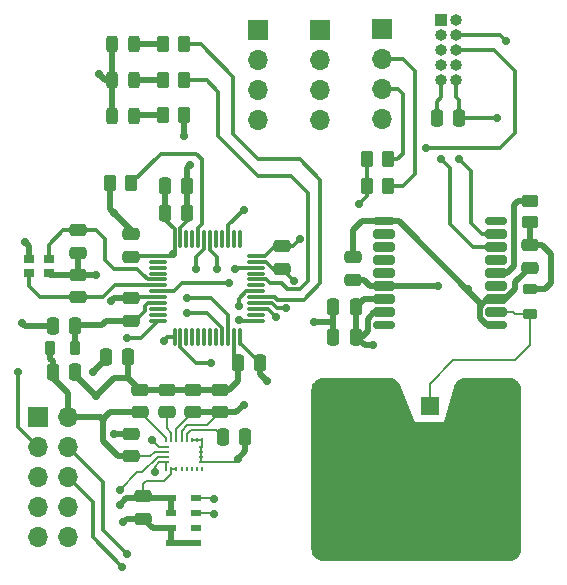
<source format=gbr>
%TF.GenerationSoftware,KiCad,Pcbnew,8.0.3*%
%TF.CreationDate,2024-07-11T15:18:24-04:00*%
%TF.ProjectId,SensorBoard,53656e73-6f72-4426-9f61-72642e6b6963,rev?*%
%TF.SameCoordinates,Original*%
%TF.FileFunction,Copper,L1,Top*%
%TF.FilePolarity,Positive*%
%FSLAX46Y46*%
G04 Gerber Fmt 4.6, Leading zero omitted, Abs format (unit mm)*
G04 Created by KiCad (PCBNEW 8.0.3) date 2024-07-11 15:18:24*
%MOMM*%
%LPD*%
G01*
G04 APERTURE LIST*
G04 Aperture macros list*
%AMRoundRect*
0 Rectangle with rounded corners*
0 $1 Rounding radius*
0 $2 $3 $4 $5 $6 $7 $8 $9 X,Y pos of 4 corners*
0 Add a 4 corners polygon primitive as box body*
4,1,4,$2,$3,$4,$5,$6,$7,$8,$9,$2,$3,0*
0 Add four circle primitives for the rounded corners*
1,1,$1+$1,$2,$3*
1,1,$1+$1,$4,$5*
1,1,$1+$1,$6,$7*
1,1,$1+$1,$8,$9*
0 Add four rect primitives between the rounded corners*
20,1,$1+$1,$2,$3,$4,$5,0*
20,1,$1+$1,$4,$5,$6,$7,0*
20,1,$1+$1,$6,$7,$8,$9,0*
20,1,$1+$1,$8,$9,$2,$3,0*%
G04 Aperture macros list end*
%TA.AperFunction,ComponentPad*%
%ADD10R,1.700000X1.700000*%
%TD*%
%TA.AperFunction,ComponentPad*%
%ADD11O,1.700000X1.700000*%
%TD*%
%TA.AperFunction,SMDPad,CuDef*%
%ADD12RoundRect,0.250000X-0.250000X-0.475000X0.250000X-0.475000X0.250000X0.475000X-0.250000X0.475000X0*%
%TD*%
%TA.AperFunction,SMDPad,CuDef*%
%ADD13RoundRect,0.250000X0.475000X-0.250000X0.475000X0.250000X-0.475000X0.250000X-0.475000X-0.250000X0*%
%TD*%
%TA.AperFunction,SMDPad,CuDef*%
%ADD14RoundRect,0.243750X-0.243750X-0.456250X0.243750X-0.456250X0.243750X0.456250X-0.243750X0.456250X0*%
%TD*%
%TA.AperFunction,SMDPad,CuDef*%
%ADD15RoundRect,0.250000X-0.262500X-0.450000X0.262500X-0.450000X0.262500X0.450000X-0.262500X0.450000X0*%
%TD*%
%TA.AperFunction,SMDPad,CuDef*%
%ADD16R,0.230000X0.350000*%
%TD*%
%TA.AperFunction,SMDPad,CuDef*%
%ADD17R,0.350000X0.230000*%
%TD*%
%TA.AperFunction,SMDPad,CuDef*%
%ADD18RoundRect,0.250000X-0.450000X0.262500X-0.450000X-0.262500X0.450000X-0.262500X0.450000X0.262500X0*%
%TD*%
%TA.AperFunction,SMDPad,CuDef*%
%ADD19RoundRect,0.250000X-0.475000X0.250000X-0.475000X-0.250000X0.475000X-0.250000X0.475000X0.250000X0*%
%TD*%
%TA.AperFunction,SMDPad,CuDef*%
%ADD20RoundRect,0.250000X0.250000X0.475000X-0.250000X0.475000X-0.250000X-0.475000X0.250000X-0.475000X0*%
%TD*%
%TA.AperFunction,SMDPad,CuDef*%
%ADD21RoundRect,0.175000X-0.725000X-0.175000X0.725000X-0.175000X0.725000X0.175000X-0.725000X0.175000X0*%
%TD*%
%TA.AperFunction,SMDPad,CuDef*%
%ADD22RoundRect,0.200000X-0.700000X-0.200000X0.700000X-0.200000X0.700000X0.200000X-0.700000X0.200000X0*%
%TD*%
%TA.AperFunction,ComponentPad*%
%ADD23R,1.000000X1.000000*%
%TD*%
%TA.AperFunction,ComponentPad*%
%ADD24O,1.000000X1.000000*%
%TD*%
%TA.AperFunction,SMDPad,CuDef*%
%ADD25R,0.950000X0.550000*%
%TD*%
%TA.AperFunction,SMDPad,CuDef*%
%ADD26RoundRect,0.218750X0.218750X0.381250X-0.218750X0.381250X-0.218750X-0.381250X0.218750X-0.381250X0*%
%TD*%
%TA.AperFunction,SMDPad,CuDef*%
%ADD27RoundRect,0.218750X-0.381250X0.218750X-0.381250X-0.218750X0.381250X-0.218750X0.381250X0.218750X0*%
%TD*%
%TA.AperFunction,SMDPad,CuDef*%
%ADD28R,0.900000X0.800000*%
%TD*%
%TA.AperFunction,SMDPad,CuDef*%
%ADD29R,1.500000X1.500000*%
%TD*%
%TA.AperFunction,SMDPad,CuDef*%
%ADD30R,2.300000X2.300000*%
%TD*%
%TA.AperFunction,SMDPad,CuDef*%
%ADD31RoundRect,0.075000X-0.662500X-0.075000X0.662500X-0.075000X0.662500X0.075000X-0.662500X0.075000X0*%
%TD*%
%TA.AperFunction,SMDPad,CuDef*%
%ADD32RoundRect,0.075000X-0.075000X-0.662500X0.075000X-0.662500X0.075000X0.662500X-0.075000X0.662500X0*%
%TD*%
%TA.AperFunction,ViaPad*%
%ADD33C,0.700000*%
%TD*%
%TA.AperFunction,Conductor*%
%ADD34C,0.300000*%
%TD*%
%TA.AperFunction,Conductor*%
%ADD35C,0.500000*%
%TD*%
%TA.AperFunction,Conductor*%
%ADD36C,0.190000*%
%TD*%
%TA.AperFunction,Conductor*%
%ADD37C,0.200000*%
%TD*%
G04 APERTURE END LIST*
D10*
%TO.P,J5,1,Pin_1*%
%TO.N,+3.3V*%
X75585000Y-82545000D03*
D11*
%TO.P,J5,2,Pin_2*%
X78125000Y-82545000D03*
%TO.P,J5,3,Pin_3*%
%TO.N,PA2*%
X75585000Y-85085000D03*
%TO.P,J5,4,Pin_4*%
%TO.N,PB14*%
X78125000Y-85085000D03*
%TO.P,J5,5,Pin_5*%
%TO.N,PA3*%
X75585000Y-87625000D03*
%TO.P,J5,6,Pin_6*%
%TO.N,PB15*%
X78125000Y-87625000D03*
%TO.P,J5,7,Pin_7*%
%TO.N,PA9*%
X75585000Y-90165000D03*
%TO.P,J5,8,Pin_8*%
%TO.N,PB12*%
X78125000Y-90165000D03*
%TO.P,J5,9,Pin_9*%
%TO.N,GND*%
X75585000Y-92705000D03*
%TO.P,J5,10,Pin_10*%
X78125000Y-92705000D03*
%TD*%
D12*
%TO.P,C22,1*%
%TO.N,Net-(U4-CAP)*%
X91250000Y-84250000D03*
%TO.P,C22,2*%
%TO.N,GND*%
X93150000Y-84250000D03*
%TD*%
D13*
%TO.P,C21,1*%
%TO.N,+3.3V*%
X91000000Y-82150000D03*
%TO.P,C21,2*%
%TO.N,GND*%
X91000000Y-80250000D03*
%TD*%
D14*
%TO.P,D3,1,K*%
%TO.N,GND*%
X81875000Y-57040000D03*
%TO.P,D3,2,A*%
%TO.N,Net-(D3-A)*%
X83750000Y-57040000D03*
%TD*%
D15*
%TO.P,R6,1*%
%TO.N,Net-(D3-A)*%
X86175000Y-57000000D03*
%TO.P,R6,2*%
%TO.N,+3.3V*%
X88000000Y-57000000D03*
%TD*%
D13*
%TO.P,C5,1*%
%TO.N,+3.3V*%
X83500000Y-69000000D03*
%TO.P,C5,2*%
%TO.N,GND*%
X83500000Y-67100000D03*
%TD*%
D16*
%TO.P,U4,1,VDDIO*%
%TO.N,+3.3V*%
X86460000Y-84500000D03*
D17*
%TO.P,U4,2,SCL/SPC*%
%TO.N,SCL1*%
X86490000Y-85080000D03*
%TO.P,U4,3,VDDIO*%
%TO.N,+3.3V*%
X86490000Y-85510000D03*
%TO.P,U4,4,SDA/SDI/SDO*%
%TO.N,SDA1*%
X86490000Y-85940000D03*
%TO.P,U4,5,SDO_A/G*%
%TO.N,GND*%
X86490000Y-86370000D03*
D16*
%TO.P,U4,6,SDO_M*%
X86460000Y-86950000D03*
%TO.P,U4,7,CS_A/G*%
%TO.N,+3.3V*%
X86890000Y-86950000D03*
%TO.P,U4,8,CS_M*%
X87320000Y-86950000D03*
%TO.P,U4,9,DRDY_M*%
%TO.N,unconnected-(U4-DRDY_M-Pad9)*%
X87750000Y-86950000D03*
%TO.P,U4,10,INT_M*%
%TO.N,unconnected-(U4-INT_M-Pad10)*%
X88180000Y-86950000D03*
%TO.P,U4,11,INT1_A/G*%
%TO.N,unconnected-(U4-INT1_A{slash}G-Pad11)*%
X88610000Y-86950000D03*
%TO.P,U4,12,INT2_A/G*%
%TO.N,unconnected-(U4-INT2_A{slash}G-Pad12)*%
X89040000Y-86950000D03*
%TO.P,U4,13,DEN_A/G*%
%TO.N,unconnected-(U4-DEN_A{slash}G-Pad13)*%
X89470000Y-86950000D03*
D17*
%TO.P,U4,14,RES*%
%TO.N,GND*%
X89440000Y-86370000D03*
%TO.P,U4,15,RES*%
X89440000Y-85940000D03*
%TO.P,U4,16,RES*%
X89440000Y-85510000D03*
%TO.P,U4,17,RES*%
X89440000Y-85080000D03*
D16*
%TO.P,U4,18,RES*%
X89470000Y-84500000D03*
%TO.P,U4,19,GND*%
X89040000Y-84500000D03*
%TO.P,U4,20,GND*%
X88610000Y-84500000D03*
%TO.P,U4,21,CAP*%
%TO.N,Net-(U4-CAP)*%
X88180000Y-84500000D03*
%TO.P,U4,22,VDD*%
%TO.N,+3.3V*%
X87750000Y-84500000D03*
%TO.P,U4,23,VDD*%
X87320000Y-84500000D03*
%TO.P,U4,24,C1*%
%TO.N,Net-(U4-C1)*%
X86890000Y-84500000D03*
%TD*%
D12*
%TO.P,C17,1*%
%TO.N,+3.3V*%
X81350000Y-77500000D03*
%TO.P,C17,2*%
%TO.N,GND*%
X83250000Y-77500000D03*
%TD*%
%TO.P,C8,2*%
%TO.N,GND*%
X78750000Y-78750000D03*
%TO.P,C8,1*%
%TO.N,+3.3V*%
X76850000Y-78750000D03*
%TD*%
D10*
%TO.P,J3,1,Pin_1*%
%TO.N,+3.3V*%
X99500000Y-49750000D03*
D11*
%TO.P,J3,2,Pin_2*%
%TO.N,/SCL2*%
X99500000Y-52290000D03*
%TO.P,J3,3,Pin_3*%
%TO.N,/SDA2*%
X99500000Y-54830000D03*
%TO.P,J3,4,Pin_4*%
%TO.N,GND*%
X99500000Y-57370000D03*
%TD*%
D14*
%TO.P,D1,1,K*%
%TO.N,GND*%
X81875000Y-50960000D03*
%TO.P,D1,2,A*%
%TO.N,Net-(D1-A)*%
X83750000Y-50960000D03*
%TD*%
D18*
%TO.P,R9,1*%
%TO.N,/GPS/VCC_RF*%
X117250000Y-64250000D03*
%TO.P,R9,2*%
%TO.N,/GPS/Antenna Power*%
X117250000Y-66075000D03*
%TD*%
D12*
%TO.P,C2,1*%
%TO.N,+3.3V*%
X86350000Y-65250000D03*
%TO.P,C2,2*%
%TO.N,GND*%
X88250000Y-65250000D03*
%TD*%
D19*
%TO.P,C10,1*%
%TO.N,/RCC_IN*%
X79000000Y-66750000D03*
%TO.P,C10,2*%
%TO.N,GND*%
X79000000Y-68650000D03*
%TD*%
D20*
%TO.P,C9,1*%
%TO.N,NRST*%
X111250000Y-57250000D03*
%TO.P,C9,2*%
%TO.N,GND*%
X109350000Y-57250000D03*
%TD*%
D10*
%TO.P,J4,1,Pin_1*%
%TO.N,+3.3V*%
X94250000Y-49750000D03*
D11*
%TO.P,J4,2,Pin_2*%
%TO.N,/SCL2*%
X94250000Y-52290000D03*
%TO.P,J4,3,Pin_3*%
%TO.N,/SDA2*%
X94250000Y-54830000D03*
%TO.P,J4,4,Pin_4*%
%TO.N,GND*%
X94250000Y-57370000D03*
%TD*%
D12*
%TO.P,C1,1*%
%TO.N,+3.3V*%
X86350000Y-63000000D03*
%TO.P,C1,2*%
%TO.N,GND*%
X88250000Y-63000000D03*
%TD*%
D13*
%TO.P,C6,1*%
%TO.N,+3.3VA*%
X83500000Y-74400000D03*
%TO.P,C6,2*%
%TO.N,GND*%
X83500000Y-72500000D03*
%TD*%
D21*
%TO.P,U3,1,GND*%
%TO.N,GND*%
X104880000Y-65980000D03*
D22*
%TO.P,U3,2,TXD*%
%TO.N,unconnected-(U3-TXD-Pad2)*%
X104880000Y-67080000D03*
%TO.P,U3,3,RXD*%
%TO.N,unconnected-(U3-RXD-Pad3)*%
X104880000Y-68180000D03*
%TO.P,U3,4,TIMEPULSE*%
%TO.N,unconnected-(U3-TIMEPULSE-Pad4)*%
X104880000Y-69280000D03*
%TO.P,U3,5,EXTINT*%
%TO.N,unconnected-(U3-EXTINT-Pad5)*%
X104880000Y-70380000D03*
%TO.P,U3,6,V_BCKP*%
%TO.N,/GPS/V_BCKP*%
X104880000Y-71480000D03*
%TO.P,U3,7,VCC_IO*%
%TO.N,+3.3V*%
X104880000Y-72580000D03*
%TO.P,U3,8,VCC*%
X104880000Y-73680000D03*
D21*
%TO.P,U3,9,~{RESET}*%
%TO.N,unconnected-(U3-~{RESET}-Pad9)*%
X104880000Y-74780000D03*
%TO.P,U3,10,GND*%
%TO.N,GND*%
X114380000Y-74780000D03*
D22*
%TO.P,U3,11,RF_IN*%
%TO.N,/GPS/RF_IN*%
X114380000Y-73680000D03*
%TO.P,U3,12,GND*%
%TO.N,GND*%
X114380000Y-72580000D03*
%TO.P,U3,13,LNA_EN*%
%TO.N,unconnected-(U3-LNA_EN-Pad13)*%
X114380000Y-71480000D03*
%TO.P,U3,14,VCC_RF*%
%TO.N,/GPS/VCC_RF*%
X114380000Y-70380000D03*
%TO.P,U3,15,VIO_SEL*%
%TO.N,unconnected-(U3-VIO_SEL-Pad15)*%
X114380000Y-69280000D03*
%TO.P,U3,16,SDA*%
%TO.N,SDA1*%
X114380000Y-68180000D03*
%TO.P,U3,17,SCL*%
%TO.N,SCL1*%
X114380000Y-67080000D03*
D21*
%TO.P,U3,18,~{SAFEBOOT}*%
%TO.N,unconnected-(U3-~{SAFEBOOT}-Pad18)*%
X114380000Y-65980000D03*
%TD*%
D23*
%TO.P,J1,1,VTref*%
%TO.N,+3.3V*%
X109730000Y-48920000D03*
D24*
%TO.P,J1,2,SWDIO/TMS*%
%TO.N,SWDIO*%
X111000000Y-48920000D03*
%TO.P,J1,3,GND*%
%TO.N,GND*%
X109730000Y-50190000D03*
%TO.P,J1,4,SWCLK/TCK*%
%TO.N,SWCLK*%
X111000000Y-50190000D03*
%TO.P,J1,5,GND*%
%TO.N,GND*%
X109730000Y-51460000D03*
%TO.P,J1,6,SWO/TDO*%
%TO.N,SWO*%
X111000000Y-51460000D03*
%TO.P,J1,7,KEY*%
%TO.N,unconnected-(J1-KEY-Pad7)*%
X109730000Y-52730000D03*
%TO.P,J1,8,NC/TDI*%
%TO.N,unconnected-(J1-NC{slash}TDI-Pad8)*%
X111000000Y-52730000D03*
%TO.P,J1,9,GNDDetect*%
%TO.N,GND*%
X109730000Y-54000000D03*
%TO.P,J1,10,~{RESET}*%
%TO.N,NRST*%
X111000000Y-54000000D03*
%TD*%
D15*
%TO.P,R4,1*%
%TO.N,+3.3V*%
X103425000Y-60750000D03*
%TO.P,R4,2*%
%TO.N,SDA1*%
X105250000Y-60750000D03*
%TD*%
%TO.P,R2,1*%
%TO.N,Net-(D1-A)*%
X86175000Y-51000000D03*
%TO.P,R2,2*%
%TO.N,/SENS_OK_LED*%
X88000000Y-51000000D03*
%TD*%
D13*
%TO.P,C19,1*%
%TO.N,+3.3V*%
X83500000Y-85900000D03*
%TO.P,C19,2*%
%TO.N,GND*%
X83500000Y-84000000D03*
%TD*%
%TO.P,C11,1*%
%TO.N,/RCC_OUT*%
X79000000Y-72400000D03*
%TO.P,C11,2*%
%TO.N,GND*%
X79000000Y-70500000D03*
%TD*%
D25*
%TO.P,U2,1,VDD*%
%TO.N,+3.3V*%
X86850000Y-89450000D03*
%TO.P,U2,2,PS*%
X86850000Y-90700000D03*
%TO.P,U2,3,GND*%
%TO.N,GND*%
X86850000Y-91950000D03*
%TO.P,U2,4,CSB*%
X86850000Y-93200000D03*
%TO.P,U2,5,CSB*%
X89000000Y-93200000D03*
%TO.P,U2,6,SDO*%
%TO.N,unconnected-(U2-SDO-Pad6)*%
X89000000Y-91950000D03*
%TO.P,U2,7,SDI/SDA*%
%TO.N,SDA1*%
X89000000Y-90700000D03*
%TO.P,U2,8,SCLK*%
%TO.N,SCL1*%
X89000000Y-89450000D03*
%TD*%
D15*
%TO.P,R5,1*%
%TO.N,+3.3V*%
X103425000Y-63000000D03*
%TO.P,R5,2*%
%TO.N,SCL1*%
X105250000Y-63000000D03*
%TD*%
D26*
%TO.P,FB1,1*%
%TO.N,+3.3VA*%
X78750000Y-76750000D03*
%TO.P,FB1,2*%
%TO.N,+3.3V*%
X76625000Y-76750000D03*
%TD*%
D19*
%TO.P,C16,1*%
%TO.N,/GPS/Antenna Power*%
X117250000Y-68000000D03*
%TO.P,C16,2*%
%TO.N,GND*%
X117250000Y-69900000D03*
%TD*%
%TO.P,C12,1*%
%TO.N,+3.3V*%
X84500000Y-89250000D03*
%TO.P,C12,2*%
%TO.N,GND*%
X84500000Y-91150000D03*
%TD*%
D20*
%TO.P,C7,1*%
%TO.N,+3.3VA*%
X78750000Y-74875000D03*
%TO.P,C7,2*%
%TO.N,GND*%
X76850000Y-74875000D03*
%TD*%
D14*
%TO.P,D2,1,K*%
%TO.N,GND*%
X81875000Y-54000000D03*
%TO.P,D2,2,A*%
%TO.N,Net-(D2-A)*%
X83750000Y-54000000D03*
%TD*%
D27*
%TO.P,L1,1,1*%
%TO.N,/GPS/Antenna Power*%
X117250000Y-71750000D03*
%TO.P,L1,2,2*%
%TO.N,/GPS/RF_IN*%
X117250000Y-73875000D03*
%TD*%
D13*
%TO.P,C20,1*%
%TO.N,+3.3V*%
X88750000Y-82150000D03*
%TO.P,C20,2*%
%TO.N,GND*%
X88750000Y-80250000D03*
%TD*%
%TO.P,C18,1*%
%TO.N,+3.3V*%
X84250000Y-82150000D03*
%TO.P,C18,2*%
%TO.N,GND*%
X84250000Y-80250000D03*
%TD*%
D20*
%TO.P,C15,1*%
%TO.N,+3.3V*%
X102500000Y-73250000D03*
%TO.P,C15,2*%
%TO.N,GND*%
X100600000Y-73250000D03*
%TD*%
D10*
%TO.P,J2,1,Pin_1*%
%TO.N,+3.3V*%
X104750000Y-49720000D03*
D11*
%TO.P,J2,2,Pin_2*%
%TO.N,SCL1*%
X104750000Y-52260000D03*
%TO.P,J2,3,Pin_3*%
%TO.N,SDA1*%
X104750000Y-54800000D03*
%TO.P,J2,4,Pin_4*%
%TO.N,GND*%
X104750000Y-57340000D03*
%TD*%
D28*
%TO.P,Y1,1,1*%
%TO.N,/RCC_IN*%
X76500000Y-69150000D03*
%TO.P,Y1,2,2*%
%TO.N,GND*%
X74850000Y-69150000D03*
%TO.P,Y1,3,3*%
%TO.N,/RCC_OUT*%
X74850000Y-70400000D03*
%TO.P,Y1,4,4*%
%TO.N,GND*%
X76500000Y-70400000D03*
%TD*%
D20*
%TO.P,C14,1*%
%TO.N,+3.3V*%
X102500000Y-75750000D03*
%TO.P,C14,2*%
%TO.N,GND*%
X100600000Y-75750000D03*
%TD*%
D13*
%TO.P,C23,1*%
%TO.N,Net-(U4-C1)*%
X86500000Y-82150000D03*
%TO.P,C23,2*%
%TO.N,GND*%
X86500000Y-80250000D03*
%TD*%
D15*
%TO.P,R1,1*%
%TO.N,GND*%
X81675000Y-62750000D03*
%TO.P,R1,2*%
%TO.N,/BOOT0*%
X83500000Y-62750000D03*
%TD*%
D20*
%TO.P,C4,1*%
%TO.N,+3.3V*%
X94400000Y-78000000D03*
%TO.P,C4,2*%
%TO.N,GND*%
X92500000Y-78000000D03*
%TD*%
D29*
%TO.P,Antenna1,1,FEED*%
%TO.N,/GPS/RF_IN*%
X108750000Y-81600000D03*
D30*
%TO.P,Antenna1,2,PCB_Trace*%
%TO.N,GND*%
X113250000Y-83000000D03*
%TO.P,Antenna1,3*%
X104250000Y-83000000D03*
%TO.P,Antenna1,4*%
X113250000Y-87500000D03*
%TO.P,Antenna1,5*%
X108750000Y-87500000D03*
%TO.P,Antenna1,6*%
X104250000Y-87500000D03*
%TO.P,Antenna1,7*%
X113250000Y-92000000D03*
%TO.P,Antenna1,8*%
X108750000Y-92000000D03*
%TO.P,Antenna1,9*%
X104250000Y-92000000D03*
%TD*%
D19*
%TO.P,C3,1*%
%TO.N,+3.3V*%
X96250000Y-68100000D03*
%TO.P,C3,2*%
%TO.N,GND*%
X96250000Y-70000000D03*
%TD*%
D15*
%TO.P,R3,1*%
%TO.N,Net-(D2-A)*%
X86175000Y-54000000D03*
%TO.P,R3,2*%
%TO.N,/BOOT_LED*%
X88000000Y-54000000D03*
%TD*%
D31*
%TO.P,U1,1,VBAT*%
%TO.N,+3.3V*%
X85750000Y-68912500D03*
%TO.P,U1,2,PC13*%
%TO.N,unconnected-(U1-PC13-Pad2)*%
X85750000Y-69412500D03*
%TO.P,U1,3,PC14*%
%TO.N,unconnected-(U1-PC14-Pad3)*%
X85750000Y-69912500D03*
%TO.P,U1,4,PC15*%
%TO.N,unconnected-(U1-PC15-Pad4)*%
X85750000Y-70412500D03*
%TO.P,U1,5,PD0*%
%TO.N,/RCC_IN*%
X85750000Y-70912500D03*
%TO.P,U1,6,PD1*%
%TO.N,/RCC_OUT*%
X85750000Y-71412500D03*
%TO.P,U1,7,NRST*%
%TO.N,NRST*%
X85750000Y-71912500D03*
%TO.P,U1,8,VSSA*%
%TO.N,GND*%
X85750000Y-72412500D03*
%TO.P,U1,9,VDDA*%
%TO.N,+3.3VA*%
X85750000Y-72912500D03*
%TO.P,U1,10,PA0*%
%TO.N,unconnected-(U1-PA0-Pad10)*%
X85750000Y-73412500D03*
%TO.P,U1,11,PA1*%
%TO.N,unconnected-(U1-PA1-Pad11)*%
X85750000Y-73912500D03*
%TO.P,U1,12,PA2*%
%TO.N,PA2*%
X85750000Y-74412500D03*
D32*
%TO.P,U1,13,PA3*%
%TO.N,PA3*%
X87162500Y-75825000D03*
%TO.P,U1,14,PA4*%
%TO.N,SWCLK*%
X87662500Y-75825000D03*
%TO.P,U1,15,PA5*%
%TO.N,unconnected-(U1-PA5-Pad15)*%
X88162500Y-75825000D03*
%TO.P,U1,16,PA6*%
%TO.N,unconnected-(U1-PA6-Pad16)*%
X88662500Y-75825000D03*
%TO.P,U1,17,PA7*%
%TO.N,unconnected-(U1-PA7-Pad17)*%
X89162500Y-75825000D03*
%TO.P,U1,18,PB0*%
%TO.N,unconnected-(U1-PB0-Pad18)*%
X89662500Y-75825000D03*
%TO.P,U1,19,PB1*%
%TO.N,unconnected-(U1-PB1-Pad19)*%
X90162500Y-75825000D03*
%TO.P,U1,20,PB2*%
%TO.N,unconnected-(U1-PB2-Pad20)*%
X90662500Y-75825000D03*
%TO.P,U1,21,PB10*%
%TO.N,/SCL2*%
X91162500Y-75825000D03*
%TO.P,U1,22,PB11*%
%TO.N,/SDA2*%
X91662500Y-75825000D03*
%TO.P,U1,23,VSS*%
%TO.N,GND*%
X92162500Y-75825000D03*
%TO.P,U1,24,VDD*%
%TO.N,+3.3V*%
X92662500Y-75825000D03*
D31*
%TO.P,U1,25,PB12*%
%TO.N,PB12*%
X94075000Y-74412500D03*
%TO.P,U1,26,PB13*%
%TO.N,unconnected-(U1-PB13-Pad26)*%
X94075000Y-73912500D03*
%TO.P,U1,27,PB14*%
%TO.N,PB14*%
X94075000Y-73412500D03*
%TO.P,U1,28,PB15*%
%TO.N,PB15*%
X94075000Y-72912500D03*
%TO.P,U1,29,PA8*%
%TO.N,/SENS_OK_LED*%
X94075000Y-72412500D03*
%TO.P,U1,30,PA9*%
%TO.N,PA9*%
X94075000Y-71912500D03*
%TO.P,U1,31,PA10*%
%TO.N,unconnected-(U1-PA10-Pad31)*%
X94075000Y-71412500D03*
%TO.P,U1,32,PA11*%
%TO.N,/BOOT_LED*%
X94075000Y-70912500D03*
%TO.P,U1,33,PA12*%
%TO.N,unconnected-(U1-PA12-Pad33)*%
X94075000Y-70412500D03*
%TO.P,U1,34,PA13*%
%TO.N,SWDIO*%
X94075000Y-69912500D03*
%TO.P,U1,35,VSS*%
%TO.N,GND*%
X94075000Y-69412500D03*
%TO.P,U1,36,VDD*%
%TO.N,+3.3V*%
X94075000Y-68912500D03*
D32*
%TO.P,U1,37,PA14*%
%TO.N,unconnected-(U1-PA14-Pad37)*%
X92662500Y-67500000D03*
%TO.P,U1,38,PA15*%
%TO.N,unconnected-(U1-PA15-Pad38)*%
X92162500Y-67500000D03*
%TO.P,U1,39,PB3*%
%TO.N,SWO*%
X91662500Y-67500000D03*
%TO.P,U1,40,PB4*%
%TO.N,unconnected-(U1-PB4-Pad40)*%
X91162500Y-67500000D03*
%TO.P,U1,41,PB5*%
%TO.N,unconnected-(U1-PB5-Pad41)*%
X90662500Y-67500000D03*
%TO.P,U1,42,PB6*%
%TO.N,SCL1*%
X90162500Y-67500000D03*
%TO.P,U1,43,PB7*%
%TO.N,SDA1*%
X89662500Y-67500000D03*
%TO.P,U1,44,BOOT0*%
%TO.N,/BOOT0*%
X89162500Y-67500000D03*
%TO.P,U1,45,PB8*%
%TO.N,unconnected-(U1-PB8-Pad45)*%
X88662500Y-67500000D03*
%TO.P,U1,46,PB9*%
%TO.N,unconnected-(U1-PB9-Pad46)*%
X88162500Y-67500000D03*
%TO.P,U1,47,VSS*%
%TO.N,GND*%
X87662500Y-67500000D03*
%TO.P,U1,48,VDD*%
%TO.N,+3.3V*%
X87162500Y-67500000D03*
%TD*%
D13*
%TO.P,C13,1*%
%TO.N,/GPS/V_BCKP*%
X102250000Y-70950000D03*
%TO.P,C13,2*%
%TO.N,GND*%
X102250000Y-69050000D03*
%TD*%
D33*
%TO.N,PB12*%
X92575000Y-74384974D03*
%TO.N,PA2*%
X83125000Y-75875000D03*
X73875000Y-78750000D03*
%TO.N,PA3*%
X86250000Y-76125000D03*
%TO.N,PB14*%
X83125000Y-94125000D03*
X95750000Y-74125000D03*
%TO.N,PB15*%
X82750000Y-95250000D03*
X96625000Y-73325000D03*
%TO.N,PA9*%
X92619975Y-73119975D03*
%TO.N,+3.3V*%
X81125000Y-82750000D03*
%TO.N,GND*%
X100250000Y-80750000D03*
X92500000Y-86125000D03*
X100250000Y-87750000D03*
X100250000Y-85000000D03*
X82000000Y-84000000D03*
X80750000Y-53500000D03*
X100250000Y-92750000D03*
X100250000Y-90250000D03*
X82812500Y-91437500D03*
X74500000Y-67750000D03*
X80500000Y-80750000D03*
X97250000Y-71000000D03*
X81750000Y-72750000D03*
X85500000Y-87250000D03*
X80500000Y-70500000D03*
X74250000Y-74625000D03*
X88500000Y-61250000D03*
X99000000Y-74500000D03*
X112000000Y-71750000D03*
X100250000Y-82750000D03*
X82000000Y-65250000D03*
%TO.N,+3.3V*%
X80250000Y-78750000D03*
X82500000Y-90000000D03*
X104000000Y-76500000D03*
X93000000Y-81500000D03*
X95000000Y-79500000D03*
X87000000Y-68750000D03*
X97750000Y-67500000D03*
X102750000Y-64500000D03*
X88000000Y-58750000D03*
%TO.N,/GPS/V_BCKP*%
X109500000Y-71480000D03*
%TO.N,NRST*%
X91750000Y-71250000D03*
X114500000Y-57250000D03*
%TO.N,SWCLK*%
X115250000Y-50750000D03*
X90250000Y-78000000D03*
%TO.N,SWO*%
X93000000Y-65000000D03*
X108450000Y-59750000D03*
%TO.N,SWDIO*%
X92250000Y-70000000D03*
%TO.N,/SCL2*%
X88250000Y-73750000D03*
%TO.N,/SDA2*%
X88250000Y-72500000D03*
%TO.N,SCL1*%
X85250000Y-84500000D03*
X111250000Y-60750000D03*
X90500000Y-89500000D03*
X90750000Y-70000000D03*
%TO.N,SDA1*%
X109750000Y-60750000D03*
X89000000Y-70000000D03*
X82500000Y-88750000D03*
X90500000Y-90750000D03*
%TD*%
D34*
%TO.N,SDA1*%
X110500000Y-66250000D02*
X112430000Y-68180000D01*
X112430000Y-68180000D02*
X114380000Y-68180000D01*
X110500000Y-61500000D02*
X110500000Y-66250000D01*
X109750000Y-60750000D02*
X110500000Y-61500000D01*
%TO.N,SCL1*%
X113205000Y-67080000D02*
X114380000Y-67080000D01*
X112250000Y-61750000D02*
X112250000Y-66125000D01*
X112250000Y-66125000D02*
X113205000Y-67080000D01*
X111250000Y-60750000D02*
X112250000Y-61750000D01*
D35*
%TO.N,/GPS/VCC_RF*%
X116250000Y-64250000D02*
X117250000Y-64250000D01*
X115875000Y-64625000D02*
X116250000Y-64250000D01*
X115280000Y-70380000D02*
X115875000Y-69785000D01*
X115875000Y-69785000D02*
X115875000Y-64625000D01*
X114380000Y-70380000D02*
X115280000Y-70380000D01*
D36*
%TO.N,/GPS/RF_IN*%
X116000000Y-73875000D02*
X115805000Y-73680000D01*
X117250000Y-73875000D02*
X116000000Y-73875000D01*
X115805000Y-73680000D02*
X114380000Y-73680000D01*
D34*
%TO.N,/SDA2*%
X91662500Y-73912500D02*
X90250000Y-72500000D01*
X91662500Y-75825000D02*
X91662500Y-73912500D01*
X90250000Y-72500000D02*
X88250000Y-72500000D01*
%TO.N,PB12*%
X92575000Y-74384974D02*
X92602526Y-74412500D01*
X92602526Y-74412500D02*
X94075000Y-74412500D01*
%TO.N,PA9*%
X93234380Y-71912500D02*
X94075000Y-71912500D01*
X92619975Y-72526905D02*
X93234380Y-71912500D01*
X92619975Y-73119975D02*
X92619975Y-72526905D01*
%TO.N,PB15*%
X80250000Y-89750000D02*
X78125000Y-87625000D01*
X82750000Y-95250000D02*
X80250000Y-92750000D01*
X80250000Y-92750000D02*
X80250000Y-89750000D01*
%TO.N,/SENS_OK_LED*%
X89375000Y-51000000D02*
X88000000Y-51000000D01*
X94250000Y-60750000D02*
X92125000Y-58625000D01*
X92125000Y-53750000D02*
X89375000Y-51000000D01*
X97750000Y-60750000D02*
X94250000Y-60750000D01*
X99500000Y-62500000D02*
X97750000Y-60750000D01*
X92125000Y-58625000D02*
X92125000Y-53750000D01*
X95837500Y-72625000D02*
X98125000Y-72625000D01*
X95625000Y-72412500D02*
X95837500Y-72625000D01*
X98125000Y-72625000D02*
X99500000Y-71250000D01*
X94075000Y-72412500D02*
X95625000Y-72412500D01*
X99500000Y-71250000D02*
X99500000Y-62500000D01*
%TO.N,/BOOT_LED*%
X89875000Y-54000000D02*
X88000000Y-54000000D01*
X90875000Y-55000000D02*
X89875000Y-54000000D01*
X90875000Y-58750000D02*
X90875000Y-55000000D01*
X94250000Y-62125000D02*
X90875000Y-58750000D01*
X97000000Y-62125000D02*
X94250000Y-62125000D01*
X98500000Y-63625000D02*
X97000000Y-62125000D01*
X98500000Y-71000000D02*
X98500000Y-63625000D01*
X97800000Y-71700000D02*
X98500000Y-71000000D01*
X96250000Y-71250000D02*
X96700000Y-71700000D01*
X96700000Y-71700000D02*
X97800000Y-71700000D01*
X94915620Y-70912500D02*
X95253120Y-71250000D01*
X94075000Y-70912500D02*
X94915620Y-70912500D01*
X95253120Y-71250000D02*
X96250000Y-71250000D01*
D37*
%TO.N,GND*%
X92255000Y-86370000D02*
X89440000Y-86370000D01*
D35*
X92500000Y-86125000D02*
X93150000Y-85475000D01*
X93150000Y-85475000D02*
X93150000Y-84250000D01*
D37*
X92500000Y-86125000D02*
X92255000Y-86370000D01*
D34*
%TO.N,PB14*%
X81125000Y-92125000D02*
X81125000Y-88085000D01*
X83125000Y-94125000D02*
X81125000Y-92125000D01*
X81125000Y-88085000D02*
X78125000Y-85085000D01*
%TO.N,PA2*%
X73875000Y-83375000D02*
X75585000Y-85085000D01*
X73875000Y-78750000D02*
X73875000Y-83375000D01*
X84287500Y-75875000D02*
X83125000Y-75875000D01*
X85750000Y-74412500D02*
X84287500Y-75875000D01*
%TO.N,PA3*%
X86550000Y-75825000D02*
X86250000Y-76125000D01*
X87162500Y-75825000D02*
X86550000Y-75825000D01*
%TO.N,PB14*%
X95037500Y-73412500D02*
X95750000Y-74125000D01*
X94075000Y-73412500D02*
X95037500Y-73412500D01*
%TO.N,PB15*%
X95830393Y-73325000D02*
X96625000Y-73325000D01*
X95417893Y-72912500D02*
X95830393Y-73325000D01*
X94075000Y-72912500D02*
X95417893Y-72912500D01*
D35*
%TO.N,+3.3V*%
X76625000Y-77625000D02*
X76625000Y-76750000D01*
X76850000Y-77850000D02*
X76625000Y-77625000D01*
X76850000Y-78750000D02*
X76850000Y-77850000D01*
X78125000Y-80500000D02*
X78125000Y-82545000D01*
X76850000Y-79225000D02*
X78125000Y-80500000D01*
X76850000Y-78750000D02*
X76850000Y-79225000D01*
X80920000Y-82545000D02*
X78125000Y-82545000D01*
X81125000Y-82750000D02*
X80920000Y-82545000D01*
X80250000Y-78750000D02*
X81350000Y-77650000D01*
X81350000Y-77650000D02*
X81350000Y-77500000D01*
%TO.N,GND*%
X82000000Y-79250000D02*
X83250000Y-79250000D01*
X80500000Y-80750000D02*
X82000000Y-79250000D01*
X80500000Y-80750000D02*
X78750000Y-79000000D01*
X78750000Y-79000000D02*
X78750000Y-78750000D01*
%TO.N,+3.3VA*%
X81350000Y-74400000D02*
X83500000Y-74400000D01*
X78750000Y-74750000D02*
X81000000Y-74750000D01*
X78750000Y-76750000D02*
X78750000Y-74750000D01*
X81000000Y-74750000D02*
X81350000Y-74400000D01*
%TO.N,GND*%
X74500000Y-74875000D02*
X76850000Y-74875000D01*
X74250000Y-74625000D02*
X74500000Y-74875000D01*
%TO.N,+3.3V*%
X82500000Y-90000000D02*
X83050000Y-89450000D01*
X83050000Y-89450000D02*
X85500000Y-89450000D01*
%TO.N,GND*%
X82812500Y-91437500D02*
X83100000Y-91150000D01*
X83100000Y-91150000D02*
X84500000Y-91150000D01*
%TO.N,+3.3V*%
X82400000Y-85900000D02*
X83500000Y-85900000D01*
X81125000Y-84625000D02*
X82400000Y-85900000D01*
X81125000Y-82750000D02*
X81125000Y-84625000D01*
X81725000Y-82150000D02*
X84250000Y-82150000D01*
X81125000Y-82750000D02*
X81725000Y-82150000D01*
%TO.N,GND*%
X81875000Y-50960000D02*
X81875000Y-54000000D01*
X100600000Y-73250000D02*
X100600000Y-74500000D01*
D34*
X109750000Y-54020000D02*
X109730000Y-54000000D01*
D35*
X83500000Y-84000000D02*
X82000000Y-84000000D01*
D37*
X86460000Y-86400000D02*
X86460000Y-86950000D01*
X89040000Y-84500000D02*
X89470000Y-84500000D01*
D35*
X83250000Y-79250000D02*
X84250000Y-80250000D01*
X79000000Y-70500000D02*
X80500000Y-70500000D01*
X117250000Y-69900000D02*
X116000000Y-71150000D01*
D34*
X94915620Y-69412500D02*
X95162500Y-69659380D01*
D35*
X113030000Y-73750000D02*
X113030000Y-72880000D01*
X86850000Y-93200000D02*
X89000000Y-93200000D01*
D34*
X87662500Y-66587500D02*
X88250000Y-66000000D01*
D35*
X74850000Y-68100000D02*
X74500000Y-67750000D01*
D37*
X85500000Y-86750000D02*
X85880000Y-86370000D01*
D35*
X88250000Y-61500000D02*
X88500000Y-61250000D01*
X85300000Y-91950000D02*
X84500000Y-91150000D01*
D34*
X96250000Y-70000000D02*
X97250000Y-71000000D01*
D35*
X100600000Y-74500000D02*
X100600000Y-75750000D01*
D34*
X95162500Y-69659380D02*
X95162500Y-69662500D01*
D35*
X86850000Y-91950000D02*
X85300000Y-91950000D01*
D37*
X85500000Y-87250000D02*
X85500000Y-86750000D01*
D34*
X95500000Y-70000000D02*
X96250000Y-70000000D01*
D35*
X82000000Y-65250000D02*
X81675000Y-64925000D01*
X88250000Y-63000000D02*
X88250000Y-65250000D01*
X116000000Y-71150000D02*
X116000000Y-71750000D01*
X103020000Y-65980000D02*
X102250000Y-66750000D01*
X115170000Y-72580000D02*
X114380000Y-72580000D01*
X116000000Y-71750000D02*
X115170000Y-72580000D01*
X79000000Y-68650000D02*
X79000000Y-70500000D01*
D34*
X92162500Y-77662500D02*
X92500000Y-78000000D01*
D37*
X88610000Y-84500000D02*
X89040000Y-84500000D01*
D35*
X113030000Y-73750000D02*
X113030000Y-73205220D01*
X104880000Y-65980000D02*
X103020000Y-65980000D01*
D34*
X109350000Y-57250000D02*
X109350000Y-55900000D01*
D35*
X81250000Y-54000000D02*
X80750000Y-53500000D01*
D34*
X94075000Y-69412500D02*
X94915620Y-69412500D01*
D35*
X76600000Y-70500000D02*
X76500000Y-70400000D01*
X81875000Y-54000000D02*
X81250000Y-54000000D01*
X83500000Y-72500000D02*
X82000000Y-72500000D01*
X102250000Y-66750000D02*
X102250000Y-69050000D01*
D37*
X85880000Y-86370000D02*
X86490000Y-86370000D01*
X89440000Y-85080000D02*
X89440000Y-85510000D01*
D35*
X106130000Y-65980000D02*
X104880000Y-65980000D01*
D34*
X85750000Y-72412500D02*
X83337500Y-72412500D01*
D35*
X113030000Y-74154780D02*
X113030000Y-73750000D01*
X74850000Y-69150000D02*
X74850000Y-68100000D01*
D34*
X92162500Y-75825000D02*
X92162500Y-77662500D01*
X109750000Y-55500000D02*
X109750000Y-54020000D01*
D35*
X113655220Y-74780000D02*
X113030000Y-74154780D01*
X82000000Y-72500000D02*
X81750000Y-72750000D01*
X113030000Y-72880000D02*
X106130000Y-65980000D01*
X100600000Y-74500000D02*
X99000000Y-74500000D01*
D37*
X86490000Y-86370000D02*
X86460000Y-86400000D01*
D35*
X86500000Y-80250000D02*
X88750000Y-80250000D01*
D37*
X89440000Y-85940000D02*
X89440000Y-86370000D01*
D35*
X84250000Y-80250000D02*
X86500000Y-80250000D01*
X92500000Y-79500000D02*
X92500000Y-78000000D01*
D34*
X109350000Y-55900000D02*
X109750000Y-55500000D01*
D35*
X83500000Y-67100000D02*
X83500000Y-66750000D01*
D37*
X89470000Y-84500000D02*
X89470000Y-85050000D01*
D34*
X83337500Y-72412500D02*
X83250000Y-72500000D01*
X87662500Y-67500000D02*
X87662500Y-66587500D01*
D35*
X86850000Y-91950000D02*
X86850000Y-93200000D01*
X88750000Y-80250000D02*
X91000000Y-80250000D01*
X81675000Y-64925000D02*
X81675000Y-62750000D01*
X91750000Y-80250000D02*
X92500000Y-79500000D01*
D37*
X89470000Y-85050000D02*
X89440000Y-85080000D01*
D35*
X91000000Y-80250000D02*
X91750000Y-80250000D01*
X114380000Y-74780000D02*
X113655220Y-74780000D01*
X81875000Y-54000000D02*
X81875000Y-57040000D01*
X113655220Y-72580000D02*
X114380000Y-72580000D01*
X113030000Y-73205220D02*
X113655220Y-72580000D01*
D34*
X88250000Y-66000000D02*
X88250000Y-65250000D01*
D37*
X89440000Y-85510000D02*
X89440000Y-85940000D01*
D35*
X83500000Y-66750000D02*
X82000000Y-65250000D01*
X88250000Y-63000000D02*
X88250000Y-61500000D01*
X79000000Y-70500000D02*
X76600000Y-70500000D01*
D34*
X95162500Y-69662500D02*
X95500000Y-70000000D01*
D35*
X83250000Y-77500000D02*
X83250000Y-79250000D01*
D37*
%TO.N,+3.3V*%
X84500000Y-88250000D02*
X84750000Y-88000000D01*
X87320000Y-83580000D02*
X88750000Y-82150000D01*
D35*
X85500000Y-89450000D02*
X84700000Y-89450000D01*
D37*
X88900000Y-82150000D02*
X88750000Y-82150000D01*
D34*
X94075000Y-68912500D02*
X94837500Y-68912500D01*
D35*
X103170000Y-72580000D02*
X104880000Y-72580000D01*
D34*
X95650000Y-68100000D02*
X96250000Y-68100000D01*
D35*
X94400000Y-78900000D02*
X94400000Y-78000000D01*
D37*
X87750000Y-84500000D02*
X87750000Y-83750000D01*
D34*
X103425000Y-60750000D02*
X103425000Y-63000000D01*
D37*
X86460000Y-84360000D02*
X84250000Y-82150000D01*
D35*
X93000000Y-81500000D02*
X92350000Y-82150000D01*
X84700000Y-89450000D02*
X84500000Y-89250000D01*
D37*
X88250000Y-83250000D02*
X89900000Y-83250000D01*
D34*
X97150000Y-68100000D02*
X97750000Y-67500000D01*
X86837500Y-68912500D02*
X87000000Y-68750000D01*
D37*
X84500000Y-89250000D02*
X84500000Y-88250000D01*
D34*
X87162500Y-67500000D02*
X87162500Y-68587500D01*
X83587500Y-68912500D02*
X83500000Y-69000000D01*
X94837500Y-68912500D02*
X95650000Y-68100000D01*
D35*
X104070000Y-73680000D02*
X103500000Y-74250000D01*
X95000000Y-79500000D02*
X94400000Y-78900000D01*
D34*
X92662500Y-76262500D02*
X94400000Y-78000000D01*
X85750000Y-68912500D02*
X83587500Y-68912500D01*
D35*
X102500000Y-75750000D02*
X102500000Y-73250000D01*
D37*
X89900000Y-83250000D02*
X91000000Y-82150000D01*
D35*
X86850000Y-89450000D02*
X85500000Y-89450000D01*
X102500000Y-73250000D02*
X103170000Y-72580000D01*
D34*
X87162500Y-66662500D02*
X86350000Y-65850000D01*
D37*
X84750000Y-88000000D02*
X86300000Y-88000000D01*
D35*
X102500000Y-75750000D02*
X103250000Y-76500000D01*
D37*
X86300000Y-88000000D02*
X86890000Y-87410000D01*
D35*
X103250000Y-76500000D02*
X104000000Y-76500000D01*
X103000000Y-75750000D02*
X102500000Y-75750000D01*
D34*
X103425000Y-63825000D02*
X102750000Y-64500000D01*
D35*
X103500000Y-74250000D02*
X103500000Y-75250000D01*
D37*
X85100000Y-85900000D02*
X83500000Y-85900000D01*
X87320000Y-86950000D02*
X86890000Y-86950000D01*
D35*
X104880000Y-73680000D02*
X104070000Y-73680000D01*
D34*
X103425000Y-63000000D02*
X103425000Y-63825000D01*
D37*
X86490000Y-85510000D02*
X85490000Y-85510000D01*
D34*
X86350000Y-65850000D02*
X86350000Y-65250000D01*
X87162500Y-68587500D02*
X87000000Y-68750000D01*
D35*
X103500000Y-75250000D02*
X103000000Y-75750000D01*
D37*
X85490000Y-85510000D02*
X85100000Y-85900000D01*
D35*
X92000000Y-82150000D02*
X91000000Y-82150000D01*
X92350000Y-82150000D02*
X92000000Y-82150000D01*
D34*
X85750000Y-68912500D02*
X86837500Y-68912500D01*
D37*
X86460000Y-84500000D02*
X86460000Y-84360000D01*
D35*
X92000000Y-82150000D02*
X88750000Y-82150000D01*
D34*
X87162500Y-67500000D02*
X87162500Y-66662500D01*
D35*
X88000000Y-57000000D02*
X88000000Y-58750000D01*
D37*
X87320000Y-84500000D02*
X87320000Y-83580000D01*
D35*
X86850000Y-90700000D02*
X86850000Y-89450000D01*
D34*
X96250000Y-68100000D02*
X97150000Y-68100000D01*
X92662500Y-75825000D02*
X92662500Y-76262500D01*
D37*
X87750000Y-83750000D02*
X88250000Y-83250000D01*
D35*
X86350000Y-63000000D02*
X86350000Y-65250000D01*
D37*
X86890000Y-87410000D02*
X86890000Y-86950000D01*
D34*
%TO.N,/RCC_IN*%
X85750000Y-70912500D02*
X84909380Y-70912500D01*
X83996880Y-70000000D02*
X82000000Y-70000000D01*
X77750000Y-66750000D02*
X76500000Y-68000000D01*
X81250000Y-69250000D02*
X81250000Y-67500000D01*
X84909380Y-70912500D02*
X84498440Y-70501560D01*
X80500000Y-66750000D02*
X79000000Y-66750000D01*
X76500000Y-68000000D02*
X76500000Y-69150000D01*
X82000000Y-70000000D02*
X81250000Y-69250000D01*
X84250000Y-70253120D02*
X83996880Y-70000000D01*
X81250000Y-67500000D02*
X80500000Y-66750000D01*
X79000000Y-66750000D02*
X77750000Y-66750000D01*
X84498440Y-70501560D02*
X84250000Y-70253120D01*
%TO.N,/RCC_OUT*%
X75775000Y-72400000D02*
X74850000Y-71475000D01*
X79000000Y-72400000D02*
X75775000Y-72400000D01*
X81100000Y-72400000D02*
X79000000Y-72400000D01*
X82087500Y-71412500D02*
X81100000Y-72400000D01*
X85750000Y-71412500D02*
X82087500Y-71412500D01*
X74850000Y-71475000D02*
X74850000Y-70400000D01*
%TO.N,/BOOT0*%
X83500000Y-62750000D02*
X86000000Y-60250000D01*
X89000000Y-60250000D02*
X89500000Y-60750000D01*
X89162500Y-66587500D02*
X89162500Y-67500000D01*
X89500000Y-60750000D02*
X89500000Y-66250000D01*
X89500000Y-66250000D02*
X89162500Y-66587500D01*
X86000000Y-60250000D02*
X89000000Y-60250000D01*
D36*
%TO.N,/GPS/RF_IN*%
X110750000Y-77750000D02*
X116000000Y-77750000D01*
X108750000Y-81600000D02*
X108750000Y-79750000D01*
X108750000Y-79750000D02*
X110750000Y-77750000D01*
X116000000Y-77750000D02*
X117250000Y-76500000D01*
X117250000Y-76500000D02*
X117250000Y-73875000D01*
D35*
%TO.N,/GPS/V_BCKP*%
X103200000Y-70950000D02*
X102250000Y-70950000D01*
X104880000Y-71480000D02*
X103730000Y-71480000D01*
X103730000Y-71480000D02*
X103200000Y-70950000D01*
X109500000Y-71480000D02*
X104880000Y-71480000D01*
D34*
%TO.N,+3.3VA*%
X84662500Y-73159380D02*
X84662500Y-73587500D01*
X83850000Y-74400000D02*
X83250000Y-74400000D01*
X85750000Y-72912500D02*
X84909380Y-72912500D01*
X84909380Y-72912500D02*
X84662500Y-73159380D01*
X84662500Y-73587500D02*
X83850000Y-74400000D01*
%TO.N,NRST*%
X85750000Y-71912500D02*
X87087500Y-71912500D01*
X111250000Y-57250000D02*
X111250000Y-55750000D01*
X111250000Y-55750000D02*
X111000000Y-55500000D01*
X87087500Y-71912500D02*
X87750000Y-71250000D01*
X87750000Y-71250000D02*
X91750000Y-71250000D01*
X111000000Y-55500000D02*
X111000000Y-54000000D01*
X114500000Y-57250000D02*
X111250000Y-57250000D01*
D35*
%TO.N,/GPS/Antenna Power*%
X117250000Y-66075000D02*
X117250000Y-68000000D01*
X118250000Y-68000000D02*
X119000000Y-68750000D01*
X118500000Y-71750000D02*
X117250000Y-71750000D01*
X119000000Y-68750000D02*
X119000000Y-71250000D01*
X117250000Y-68000000D02*
X118250000Y-68000000D01*
X119000000Y-71250000D02*
X118500000Y-71750000D01*
D37*
%TO.N,Net-(U4-CAP)*%
X90650000Y-83650000D02*
X91250000Y-84250000D01*
X88180000Y-84500000D02*
X88180000Y-84030686D01*
X88560686Y-83650000D02*
X90650000Y-83650000D01*
X88180000Y-84030686D02*
X88560686Y-83650000D01*
%TO.N,Net-(U4-C1)*%
X86500000Y-83500000D02*
X86500000Y-82150000D01*
X86890000Y-83890000D02*
X86500000Y-83500000D01*
X86460000Y-82190000D02*
X86500000Y-82150000D01*
X86890000Y-84500000D02*
X86890000Y-83890000D01*
D35*
%TO.N,Net-(D1-A)*%
X83790000Y-51000000D02*
X83750000Y-50960000D01*
X86175000Y-51000000D02*
X83790000Y-51000000D01*
%TO.N,Net-(D2-A)*%
X86175000Y-54000000D02*
X83750000Y-54000000D01*
%TO.N,Net-(D3-A)*%
X86175000Y-57000000D02*
X83790000Y-57000000D01*
X83790000Y-57000000D02*
X83750000Y-57040000D01*
D34*
%TO.N,SWCLK*%
X114690000Y-50190000D02*
X111000000Y-50190000D01*
X87662500Y-76665620D02*
X88996880Y-78000000D01*
X115250000Y-50750000D02*
X114690000Y-50190000D01*
X87662500Y-75825000D02*
X87662500Y-76665620D01*
X88996880Y-78000000D02*
X90250000Y-78000000D01*
%TO.N,SWO*%
X114210000Y-51460000D02*
X111000000Y-51460000D01*
X116000000Y-53250000D02*
X114210000Y-51460000D01*
X114750000Y-59750000D02*
X116000000Y-58500000D01*
X108450000Y-59750000D02*
X114750000Y-59750000D01*
X91662500Y-67500000D02*
X91662500Y-66337500D01*
X116000000Y-58500000D02*
X116000000Y-53250000D01*
X91662500Y-66337500D02*
X93000000Y-65000000D01*
%TO.N,SWDIO*%
X92337500Y-69912500D02*
X92250000Y-70000000D01*
X94075000Y-69912500D02*
X92337500Y-69912500D01*
%TO.N,/SCL2*%
X89928120Y-73750000D02*
X88250000Y-73750000D01*
X91162500Y-75825000D02*
X91162500Y-74984380D01*
X91162500Y-74984380D02*
X89928120Y-73750000D01*
%TO.N,SCL1*%
X105250000Y-63000000D02*
X106500000Y-63000000D01*
X106500000Y-63000000D02*
X107500000Y-62000000D01*
X107500000Y-62000000D02*
X107500000Y-53250000D01*
D37*
X90450000Y-89450000D02*
X90500000Y-89500000D01*
D34*
X90750000Y-69000000D02*
X90750000Y-70000000D01*
D37*
X86490000Y-85080000D02*
X85830000Y-85080000D01*
X89000000Y-89450000D02*
X90450000Y-89450000D01*
D34*
X90162500Y-67500000D02*
X90162500Y-68412500D01*
X90162500Y-68412500D02*
X90750000Y-69000000D01*
X107500000Y-53250000D02*
X106510000Y-52260000D01*
X106510000Y-52260000D02*
X104220000Y-52260000D01*
D37*
X85830000Y-85080000D02*
X85250000Y-84500000D01*
%TO.N,SDA1*%
X84000000Y-87250000D02*
X82500000Y-88750000D01*
X84434315Y-87250000D02*
X84000000Y-87250000D01*
D34*
X106050000Y-54800000D02*
X104220000Y-54800000D01*
X105250000Y-60750000D02*
X106000000Y-60750000D01*
X106000000Y-60750000D02*
X106500000Y-60250000D01*
X89000000Y-70000000D02*
X89003120Y-69996880D01*
X89003120Y-69996880D02*
X89003120Y-69000000D01*
X106500000Y-60250000D02*
X106500000Y-55250000D01*
D37*
X86490000Y-85940000D02*
X85744315Y-85940000D01*
D34*
X106500000Y-55250000D02*
X106050000Y-54800000D01*
X89003120Y-69000000D02*
X89662500Y-68340620D01*
D37*
X90450000Y-90700000D02*
X90500000Y-90750000D01*
X89000000Y-90700000D02*
X90450000Y-90700000D01*
X85744315Y-85940000D02*
X84434315Y-87250000D01*
D34*
X89662500Y-68340620D02*
X89662500Y-67500000D01*
%TD*%
%TA.AperFunction,Conductor*%
%TO.N,GND*%
G36*
X105329086Y-79250608D02*
G01*
X105507775Y-79268391D01*
X105531850Y-79273231D01*
X105697603Y-79324064D01*
X105720253Y-79333554D01*
X105872745Y-79416062D01*
X105893076Y-79429827D01*
X106026319Y-79540772D01*
X106043536Y-79558270D01*
X106152298Y-79693297D01*
X106165733Y-79713853D01*
X106225092Y-79827955D01*
X106248605Y-79873151D01*
X106253731Y-79884327D01*
X107248553Y-82371386D01*
X107248559Y-82371397D01*
X107500000Y-83000000D01*
X109231722Y-83000000D01*
X110000000Y-83000000D01*
X110800546Y-79997946D01*
X110804056Y-79986892D01*
X110841983Y-79884327D01*
X110862832Y-79827945D01*
X110872856Y-79807075D01*
X110957180Y-79666833D01*
X110970912Y-79648193D01*
X111079857Y-79526095D01*
X111096833Y-79510324D01*
X111226581Y-79410641D01*
X111246190Y-79398304D01*
X111392239Y-79324496D01*
X111413798Y-79316027D01*
X111571021Y-79270688D01*
X111593787Y-79266377D01*
X111738017Y-79252840D01*
X111762493Y-79250543D01*
X111774080Y-79250000D01*
X115493907Y-79250000D01*
X115506061Y-79250597D01*
X115682941Y-79268018D01*
X115706769Y-79272757D01*
X115871001Y-79322576D01*
X115893453Y-79331877D01*
X116027543Y-79403549D01*
X116044798Y-79412772D01*
X116065008Y-79426276D01*
X116176061Y-79517414D01*
X116197666Y-79535145D01*
X116214854Y-79552333D01*
X116323722Y-79684989D01*
X116337227Y-79705201D01*
X116418121Y-79856543D01*
X116427424Y-79879001D01*
X116477240Y-80043224D01*
X116481982Y-80067065D01*
X116499403Y-80243938D01*
X116500000Y-80256092D01*
X116500000Y-93743907D01*
X116499403Y-93756061D01*
X116481982Y-93932934D01*
X116477240Y-93956775D01*
X116427424Y-94120998D01*
X116418121Y-94143456D01*
X116337227Y-94294798D01*
X116323722Y-94315010D01*
X116214854Y-94447666D01*
X116197666Y-94464854D01*
X116065010Y-94573722D01*
X116044798Y-94587227D01*
X115893456Y-94668121D01*
X115870998Y-94677424D01*
X115706775Y-94727240D01*
X115682934Y-94731982D01*
X115506061Y-94749403D01*
X115493907Y-94750000D01*
X99756093Y-94750000D01*
X99743939Y-94749403D01*
X99567065Y-94731982D01*
X99543224Y-94727240D01*
X99379001Y-94677424D01*
X99356543Y-94668121D01*
X99205201Y-94587227D01*
X99184989Y-94573722D01*
X99052333Y-94464854D01*
X99035145Y-94447666D01*
X98926277Y-94315010D01*
X98912772Y-94294798D01*
X98831878Y-94143456D01*
X98822575Y-94120998D01*
X98772757Y-93956769D01*
X98768018Y-93932941D01*
X98750597Y-93756061D01*
X98750000Y-93743907D01*
X98750000Y-80256092D01*
X98750597Y-80243938D01*
X98768018Y-80067056D01*
X98772757Y-80043232D01*
X98822577Y-79878994D01*
X98831875Y-79856549D01*
X98912775Y-79705195D01*
X98926272Y-79684995D01*
X99035149Y-79552328D01*
X99052328Y-79535149D01*
X99184995Y-79426272D01*
X99205195Y-79412775D01*
X99356549Y-79331875D01*
X99378994Y-79322577D01*
X99543232Y-79272757D01*
X99567056Y-79268018D01*
X99743939Y-79250597D01*
X99756093Y-79250000D01*
X105316808Y-79250000D01*
X105329086Y-79250608D01*
G37*
%TD.AperFunction*%
%TD*%
M02*

</source>
